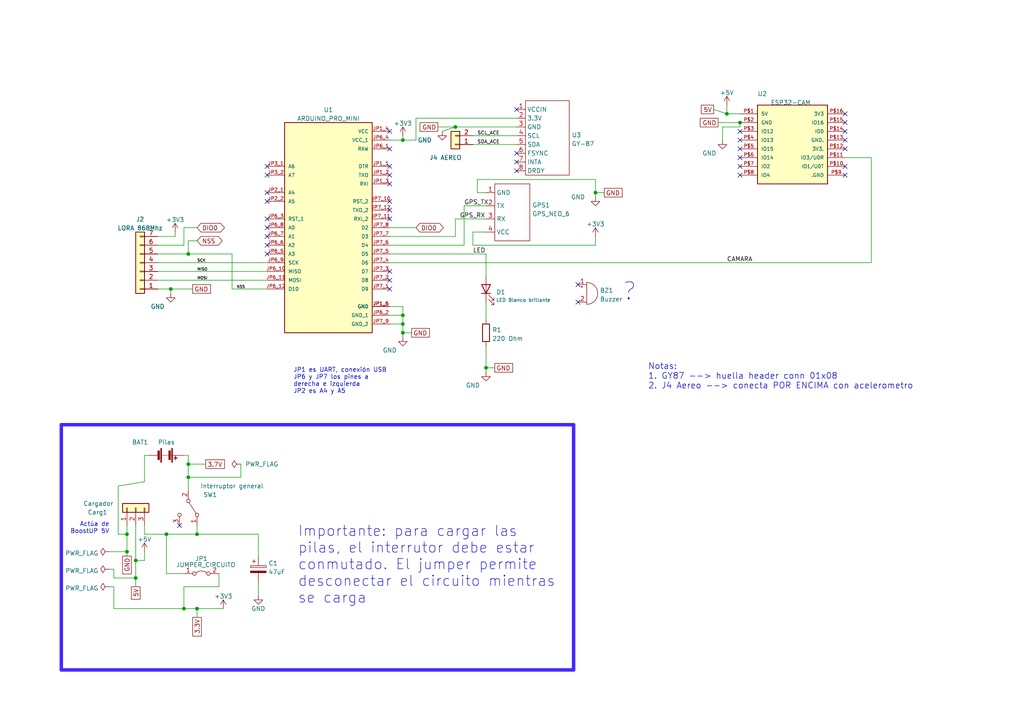
<source format=kicad_sch>
(kicad_sch (version 20211123) (generator eeschema)
  (paper "A4")
  (title_block (title "Esquemático del CANSAT - A4I") (date "2022-03-27") (rev "1.0") (company "IES Seritium - 11700767"))
  (lib_symbols
    (symbol "ArduinoProMini:ARDUINO_PRO_MINI" (pin_names (offset 1.016))
      (property "Reference" "U" (at -12.7 31.75 0))
      (property "Value" "ARDUINO_PRO_MINI" (at -12.7 -33.02 0))
      (symbol "ARDUINO_PRO_MINI_0_0"
        (rectangle (start -12.7 -30.48) (end 12.7 30.48) (stroke (width 0.254)) (fill (type background)))
        (pin input line (at 17.78 17.78 180) (length 5.08) (name "DTR") (number "JP1_1"))
        (pin bidirectional line (at 17.78 15.24 180) (length 5.08) (name "TXO") (number "JP1_2"))
        (pin bidirectional line (at 17.78 12.7 180) (length 5.08) (name "RXI") (number "JP1_3"))
        (pin power_in line (at 17.78 27.94 180) (length 5.08) (name "VCC") (number "JP1_4"))
        (pin power_in line (at 17.78 -22.86 180) (length 5.08) (name "GND") (number "JP1_5"))
        (pin power_in line (at 17.78 -22.86 180) (length 5.08) (name "GND") (number "JP1_6"))
        (pin bidirectional line (at -17.78 10.16 0) (length 5.08) (name "A4") (number "JP2_1"))
        (pin bidirectional line (at -17.78 7.62 0) (length 5.08) (name "A5") (number "JP2_2"))
        (pin input line (at -17.78 17.78 0) (length 5.08) (name "A6") (number "JP3_1"))
        (pin input line (at -17.78 15.24 0) (length 5.08) (name "A7") (number "JP3_2"))
        (pin power_in line (at 17.78 22.86 180) (length 5.08) (name "RAW") (number "JP6_1"))
        (pin bidirectional line (at -17.78 -12.7 0) (length 5.08) (name "MISO") (number "JP6_10"))
        (pin bidirectional line (at -17.78 -15.24 0) (length 5.08) (name "MOSI") (number "JP6_11"))
        (pin bidirectional line (at -17.78 -17.78 0) (length 5.08) (name "D10") (number "JP6_12"))
        (pin power_in line (at 17.78 -25.4 180) (length 5.08) (name "GND_1") (number "JP6_2"))
        (pin input line (at -17.78 2.54 0) (length 5.08) (name "RST_1") (number "JP6_3"))
        (pin power_in line (at 17.78 25.4 180) (length 5.08) (name "VCC_1") (number "JP6_4"))
        (pin bidirectional line (at -17.78 -7.62 0) (length 5.08) (name "A3") (number "JP6_5"))
        (pin bidirectional line (at -17.78 -5.08 0) (length 5.08) (name "A2") (number "JP6_6"))
        (pin bidirectional line (at -17.78 -2.54 0) (length 5.08) (name "A1") (number "JP6_7"))
        (pin bidirectional line (at -17.78 0 0) (length 5.08) (name "A0") (number "JP6_8"))
        (pin bidirectional line (at -17.78 -10.16 0) (length 5.08) (name "SCK") (number "JP6_9"))
        (pin bidirectional line (at 17.78 -17.78 180) (length 5.08) (name "D9") (number "JP7_1"))
        (pin input line (at 17.78 7.62 180) (length 5.08) (name "RST_2") (number "JP7_10"))
        (pin bidirectional line (at 17.78 2.54 180) (length 5.08) (name "RXI_2") (number "JP7_11"))
        (pin bidirectional line (at 17.78 5.08 180) (length 5.08) (name "TXO_2") (number "JP7_12"))
        (pin bidirectional line (at 17.78 -15.24 180) (length 5.08) (name "D8") (number "JP7_2"))
        (pin bidirectional line (at 17.78 -12.7 180) (length 5.08) (name "D7") (number "JP7_3"))
        (pin bidirectional line (at 17.78 -10.16 180) (length 5.08) (name "D6") (number "JP7_4"))
        (pin bidirectional line (at 17.78 -7.62 180) (length 5.08) (name "D5") (number "JP7_5"))
        (pin bidirectional line (at 17.78 -5.08 180) (length 5.08) (name "D4") (number "JP7_6"))
        (pin bidirectional line (at 17.78 -2.54 180) (length 5.08) (name "D3") (number "JP7_7"))
        (pin bidirectional line (at 17.78 0 180) (length 5.08) (name "D2") (number "JP7_8"))
        (pin power_in line (at 17.78 -27.94 180) (length 5.08) (name "GND_2") (number "JP7_9"))
      )
    )
    (symbol "Connector_Generic:Conn_01x02" (pin_names (offset 1.016) hide)
      (property "Reference" "J" (at 0 2.54 0))
      (property "Value" "Conn_01x02" (at 0 -5.08 0))
      (symbol "Conn_01x02_1_1"
        (rectangle (start -1.27 -2.413) (end 0 -2.667) (stroke (width 0.1524)))
        (rectangle (start -1.27 0.127) (end 0 -0.127) (stroke (width 0.1524)))
        (rectangle (start -1.27 1.27) (end 1.27 -3.81) (stroke (width 0.254)) (fill (type background)))
        (pin passive line (at -5.08 0 0) (length 3.81) (name "Pin_1") (number "1"))
        (pin passive line (at -5.08 -2.54 0) (length 3.81) (name "Pin_2") (number "2"))
      )
    )
    (symbol "Connector_Generic:Conn_01x03" (pin_names (offset 1.016) hide)
      (property "Reference" "J" (at 0 5.08 0))
      (property "Value" "Conn_01x03" (at 0 -5.08 0))
      (symbol "Conn_01x03_1_1"
        (rectangle (start -1.27 -2.413) (end 0 -2.667) (stroke (width 0.1524)))
        (rectangle (start -1.27 0.127) (end 0 -0.127) (stroke (width 0.1524)))
        (rectangle (start -1.27 2.667) (end 0 2.413) (stroke (width 0.1524)))
        (rectangle (start -1.27 3.81) (end 1.27 -3.81) (stroke (width 0.254)) (fill (type background)))
        (pin passive line (at -5.08 2.54 0) (length 3.81) (name "Pin_1") (number "1"))
        (pin passive line (at -5.08 0 0) (length 3.81) (name "Pin_2") (number "2"))
        (pin passive line (at -5.08 -2.54 0) (length 3.81) (name "Pin_3") (number "3"))
      )
    )
    (symbol "Connector_Generic:Conn_01x07" (pin_names (offset 1.016) hide)
      (property "Reference" "J" (at 0 10.16 0))
      (property "Value" "Conn_01x07" (at 0 -10.16 0))
      (symbol "Conn_01x07_1_1"
        (rectangle (start -1.27 -7.493) (end 0 -7.747) (stroke (width 0.1524)))
        (rectangle (start -1.27 -4.953) (end 0 -5.207) (stroke (width 0.1524)))
        (rectangle (start -1.27 -2.413) (end 0 -2.667) (stroke (width 0.1524)))
        (rectangle (start -1.27 0.127) (end 0 -0.127) (stroke (width 0.1524)))
        (rectangle (start -1.27 2.667) (end 0 2.413) (stroke (width 0.1524)))
        (rectangle (start -1.27 5.207) (end 0 4.953) (stroke (width 0.1524)))
        (rectangle (start -1.27 7.747) (end 0 7.493) (stroke (width 0.1524)))
        (rectangle (start -1.27 8.89) (end 1.27 -8.89) (stroke (width 0.254)) (fill (type background)))
        (pin passive line (at -5.08 7.62 0) (length 3.81) (name "Pin_1") (number "1"))
        (pin passive line (at -5.08 5.08 0) (length 3.81) (name "Pin_2") (number "2"))
        (pin passive line (at -5.08 2.54 0) (length 3.81) (name "Pin_3") (number "3"))
        (pin passive line (at -5.08 0 0) (length 3.81) (name "Pin_4") (number "4"))
        (pin passive line (at -5.08 -2.54 0) (length 3.81) (name "Pin_5") (number "5"))
        (pin passive line (at -5.08 -5.08 0) (length 3.81) (name "Pin_6") (number "6"))
        (pin passive line (at -5.08 -7.62 0) (length 3.81) (name "Pin_7") (number "7"))
      )
    )
    (symbol "Device:Battery" (pin_numbers hide) (pin_names (offset 0) hide)
      (property "Reference" "BT" (at 2.54 2.54 0))
      (property "Value" "Battery" (at 2.54 0 0))
      (symbol "Battery_0_1"
        (rectangle (start -2.032 -1.397) (end 2.032 -1.651) (fill (type outline)))
        (rectangle (start -2.032 1.778) (end 2.032 1.524) (fill (type outline)))
        (rectangle (start -1.3208 -1.9812) (end 1.27 -2.4892) (fill (type outline)))
        (rectangle (start -1.3208 1.1938) (end 1.27 0.6858) (fill (type outline)))
        (polyline (pts (xy 0 -1.524) (xy 0 -1.27)))
        (polyline (pts (xy 0 -1.016) (xy 0 -0.762)))
        (polyline (pts (xy 0 -0.508) (xy 0 -0.254)))
        (polyline (pts (xy 0 0) (xy 0 0.254)))
        (polyline (pts (xy 0 0.508) (xy 0 0.762)))
        (polyline (pts (xy 0 1.778) (xy 0 2.54)))
        (polyline (pts (xy 0.254 2.667) (xy 1.27 2.667)) (stroke (width 0.254)))
        (polyline (pts (xy 0.762 3.175) (xy 0.762 2.159)) (stroke (width 0.254)))
      )
      (symbol "Battery_1_1"
        (pin passive line (at 0 5.08 270) (length 2.54) (name "+") (number "1"))
        (pin passive line (at 0 -5.08 90) (length 2.54) (name "-") (number "2"))
      )
    )
    (symbol "Device:Buzzer" (pin_names (offset 0.0254) hide)
      (property "Reference" "BZ" (at 3.81 1.27 0))
      (property "Value" "Buzzer" (at 3.81 -1.27 0))
      (symbol "Buzzer_0_1"
        (arc (start 0 -3.175) (mid 3.175 0) (end 0 3.175))
        (polyline (pts (xy -1.651 1.905) (xy -1.143 1.905)))
        (polyline (pts (xy -1.397 2.159) (xy -1.397 1.651)))
        (polyline (pts (xy 0 3.175) (xy 0 -3.175)))
      )
      (symbol "Buzzer_1_1"
        (pin passive line (at -2.54 2.54 0) (length 2.54) (name "-") (number "1"))
        (pin passive line (at -2.54 -2.54 0) (length 2.54) (name "+") (number "2"))
      )
    )
    (symbol "Device:C_Polarized" (pin_numbers hide) (pin_names (offset 0.254))
      (property "Reference" "C" (at 0.635 2.54 0))
      (property "Value" "C_Polarized" (at 0.635 -2.54 0))
      (symbol "C_Polarized_0_1"
        (rectangle (start -2.286 0.508) (end 2.286 1.016))
        (polyline (pts (xy -1.778 2.286) (xy -0.762 2.286)))
        (polyline (pts (xy -1.27 2.794) (xy -1.27 1.778)))
        (rectangle (start 2.286 -0.508) (end -2.286 -1.016) (fill (type outline)))
      )
      (symbol "C_Polarized_1_1"
        (pin passive line (at 0 3.81 270) (length 2.794) (name "~") (number "1"))
        (pin passive line (at 0 -3.81 90) (length 2.794) (name "~") (number "2"))
      )
    )
    (symbol "Device:LED" (pin_numbers hide) (pin_names (offset 1.016) hide)
      (property "Reference" "D" (at 0 2.54 0))
      (property "Value" "LED" (at 0 -2.54 0))
      (symbol "LED_0_1"
        (polyline (pts (xy -1.27 -1.27) (xy -1.27 1.27)) (stroke (width 0.254)))
        (polyline (pts (xy -1.27 0) (xy 1.27 0)))
        (polyline (pts (xy 1.27 -1.27) (xy 1.27 1.27) (xy -1.27 0) (xy 1.27 -1.27)) (stroke (width 0.254)))
        (polyline (pts (xy -3.048 -0.762) (xy -4.572 -2.286) (xy -3.81 -2.286) (xy -4.572 -2.286) (xy -4.572 -1.524)))
        (polyline (pts (xy -1.778 -0.762) (xy -3.302 -2.286) (xy -2.54 -2.286) (xy -3.302 -2.286) (xy -3.302 -1.524)))
      )
      (symbol "LED_1_1"
        (pin passive line (at -3.81 0 0) (length 2.54) (name "K") (number "1"))
        (pin passive line (at 3.81 0 180) (length 2.54) (name "A") (number "2"))
      )
    )
    (symbol "Device:R" (pin_numbers hide) (pin_names (offset 0))
      (property "Reference" "R" (at 2.032 0 90))
      (property "Value" "R" (at 0 0 90))
      (symbol "R_0_1"
        (rectangle (start -1.016 -2.54) (end 1.016 2.54) (stroke (width 0.254)))
      )
      (symbol "R_1_1"
        (pin passive line (at 0 3.81 270) (length 1.27) (name "~") (number "1"))
        (pin passive line (at 0 -3.81 90) (length 1.27) (name "~") (number "2"))
      )
    )
    (symbol "ESP32CAM:ESP32-CAM" (pin_names (offset 1.016))
      (property "Reference" "U" (at -10.16 20.32 0))
      (symbol "ESP32-CAM_0_0"
        (rectangle (start -10.16 -5.08) (end 10.16 17.78) (stroke (width 0.254)) (fill (type background)))
        (pin power_in line (at -15.24 15.24 0) (length 5.08) (name "5V") (number "P$1"))
        (pin bidirectional line (at 15.24 0 180) (length 5.08) (name "IO1/U0T") (number "P$10"))
        (pin bidirectional line (at 15.24 2.54 180) (length 5.08) (name "IO3/U0R") (number "P$11"))
        (pin power_in line (at 15.24 5.08 180) (length 5.08) (name "3V3.") (number "P$12"))
        (pin power_in line (at 15.24 7.62 180) (length 5.08) (name "GND.") (number "P$13"))
        (pin bidirectional line (at 15.24 10.16 180) (length 5.08) (name "IO0") (number "P$14"))
        (pin bidirectional line (at 15.24 12.7 180) (length 5.08) (name "IO16") (number "P$15"))
        (pin power_in line (at 15.24 15.24 180) (length 5.08) (name "3V3") (number "P$16"))
        (pin power_in line (at -15.24 12.7 0) (length 5.08) (name "GND") (number "P$2"))
        (pin bidirectional line (at -15.24 10.16 0) (length 5.08) (name "IO12") (number "P$3"))
        (pin bidirectional line (at -15.24 7.62 0) (length 5.08) (name "IO13") (number "P$4"))
        (pin bidirectional line (at -15.24 5.08 0) (length 5.08) (name "IO15") (number "P$5"))
        (pin bidirectional line (at -15.24 2.54 0) (length 5.08) (name "IO14") (number "P$6"))
        (pin bidirectional line (at -15.24 0 0) (length 5.08) (name "IO2") (number "P$7"))
        (pin bidirectional line (at -15.24 -2.54 0) (length 5.08) (name "IO4") (number "P$8"))
        (pin power_in line (at 15.24 -2.54 180) (length 5.08) (name ".GND") (number "P$9"))
      )
    )
    (symbol "Jumper:Jumper_2_Bridged" (pin_names (offset 0) hide)
      (property "Reference" "JP" (at 0 1.905 0))
      (property "Value" "Jumper_2_Bridged" (at 0 -2.54 0))
      (symbol "Jumper_2_Bridged_0_0"
        (circle (center -2.032 0) (radius 0.508))
        (circle (center 2.032 0) (radius 0.508))
      )
      (symbol "Jumper_2_Bridged_0_1"
        (arc (start 1.524 0.254) (mid 0 0.762) (end -1.524 0.254))
      )
      (symbol "Jumper_2_Bridged_1_1"
        (pin passive line (at -5.08 0 0) (length 2.54) (name "A") (number "1"))
        (pin passive line (at 5.08 0 180) (length 2.54) (name "B") (number "2"))
      )
    )
    (symbol "Switch:SW_SPDT" (pin_names (offset 0) hide)
      (property "Reference" "SW" (at 0 4.318 0))
      (property "Value" "SW_SPDT" (at 0 -5.08 0))
      (symbol "SW_SPDT_0_0"
        (circle (center -2.032 0) (radius 0.508))
        (circle (center 2.032 -2.54) (radius 0.508))
      )
      (symbol "SW_SPDT_0_1"
        (polyline (pts (xy -1.524 0.254) (xy 1.651 2.286)))
        (circle (center 2.032 2.54) (radius 0.508))
      )
      (symbol "SW_SPDT_1_1"
        (pin passive line (at 5.08 2.54 180) (length 2.54) (name "A") (number "1"))
        (pin passive line (at -5.08 0 0) (length 2.54) (name "B") (number "2"))
        (pin passive line (at 5.08 -2.54 180) (length 2.54) (name "C") (number "3"))
      )
    )
    (symbol "miAcelerometro:GPS_NEO_6"
      (property "Reference" "GPS" (at 12.7 15.24 0))
      (property "Value" "GPS_NEO_6" (at 16.51 12.7 0))
      (property "Footprint" "Connector_PinHeader_2.54mm:PinHeader_1x04_P2.54mm_Vertical" (at 0 0 0))
      (symbol "GPS_NEO_6_0_1"
        (rectangle (start 0 0) (end 10.16 16.51) (stroke (width 0.1524)))
      )
      (symbol "GPS_NEO_6_1_1"
        (pin power_in line (at -2.54 13.97 0) (length 2.54) (name "GND") (number "1"))
        (pin bidirectional line (at -2.54 10.16 0) (length 2.54) (name "TX") (number "2"))
        (pin bidirectional line (at -2.54 6.35 0) (length 2.54) (name "RX") (number "3"))
        (pin power_in line (at -2.54 2.54 0) (length 2.54) (name "VCC") (number "4"))
      )
    )
    (symbol "miAcelerometro:GY-87"
      (property "Reference" "U" (at 0 7.62 0))
      (property "Value" "GY-87" (at 0 5.08 0))
      (property "Footprint" "Connector_PinHeader_2.54mm:PinHeader_1x08_P2.54mm_Vertical" (at 1.27 -20.32 0))
      (symbol "GY-87_0_1"
        (rectangle (start 0 2.54) (end 12.7 -19.05) (stroke (width 0.1524)))
      )
      (symbol "GY-87_1_1"
        (pin power_in line (at -2.54 0 0) (length 2.54) (name "VCCIN") (number "1"))
        (pin power_in line (at -2.54 -2.54 0) (length 2.54) (name "3.3V") (number "2"))
        (pin power_in line (at -2.54 -5.08 0) (length 2.54) (name "GND") (number "3"))
        (pin input line (at -2.54 -7.62 0) (length 2.54) (name "SCL") (number "4"))
        (pin input line (at -2.54 -10.16 0) (length 2.54) (name "SDA") (number "5"))
        (pin input line (at -2.54 -12.7 0) (length 2.54) (name "FSYNC") (number "6"))
        (pin input line (at -2.54 -15.24 0) (length 2.54) (name "INTA") (number "7"))
        (pin input line (at -2.54 -17.78 0) (length 2.54) (name "DRDY") (number "8"))
      )
    )
    (symbol "power:+3V3" (power) (pin_names (offset 0))
      (property "Value" "+3V3" (at 0 3.556 0))
      (symbol "+3V3_0_1"
        (polyline (pts (xy -0.762 1.27) (xy 0 2.54)))
        (polyline (pts (xy 0 0) (xy 0 2.54)))
        (polyline (pts (xy 0 2.54) (xy 0.762 1.27)))
      )
      (symbol "+3V3_1_1"
        (pin power_in line (at 0 0 90) (length 0) hide (name "+3V3") (number "1"))
      )
    )
    (symbol "power:+5V" (power) (pin_names (offset 0))
      (property "Value" "+5V" (at 0 3.556 0))
      (symbol "+5V_0_1"
        (polyline (pts (xy -0.762 1.27) (xy 0 2.54)))
        (polyline (pts (xy 0 0) (xy 0 2.54)))
        (polyline (pts (xy 0 2.54) (xy 0.762 1.27)))
      )
      (symbol "+5V_1_1"
        (pin power_in line (at 0 0 90) (length 0) hide (name "+5V") (number "1"))
      )
    )
    (symbol "power:GND" (power) (pin_names (offset 0))
      (property "Value" "GND" (at 0 -3.81 0))
      (symbol "GND_0_1"
        (polyline (pts (xy 0 0) (xy 0 -1.27) (xy 1.27 -1.27) (xy 0 -2.54) (xy -1.27 -1.27) (xy 0 -1.27)))
      )
      (symbol "GND_1_1"
        (pin power_in line (at 0 0 270) (length 0) hide (name "GND") (number "1"))
      )
    )
    (symbol "power:PWR_FLAG" (power) (pin_numbers hide) (pin_names (offset 0) hide)
      (property "Value" "PWR_FLAG" (at 0 3.81 0))
      (symbol "PWR_FLAG_0_0"
        (pin power_out line (at 0 0 90) (length 0) (name "pwr") (number "1"))
      )
      (symbol "PWR_FLAG_0_1"
        (polyline (pts (xy 0 0) (xy 0 1.27) (xy -1.016 1.905) (xy 0 2.54) (xy 1.016 1.905) (xy 0 1.27)))
      )
    )
  )
  (junction (at 39.37 167.64))
  (junction (at 57.15 154.94))
  (junction (at 132.08 36.83))
  (junction (at 48.26 154.94))
  (junction (at 116.84 96.52))
  (junction (at 36.83 154.94))
  (junction (at 57.15 176.53))
  (junction (at 54.61 134.62))
  (junction (at 116.84 93.98))
  (junction (at 116.84 91.44))
  (junction (at 36.83 160.02))
  (junction (at 39.37 162.56))
  (junction (at 140.97 106.68))
  (junction (at 49.53 83.82))
  (junction (at 54.61 73.66))
  (junction (at 116.84 40.64))
  (junction (at 172.72 55.88))
  (junction (at 53.34 176.53))
  (junction (at 214.63 35.56))
  (junction (at 210.82 33.02))
  (junction (at 54.61 138.43))
  (no_connect (at 113.03 43.18))
  (no_connect (at 113.03 58.42))
  (no_connect (at 113.03 60.96))
  (no_connect (at 113.03 63.5))
  (no_connect (at 167.64 82.55))
  (no_connect (at 167.64 87.63))
  (no_connect (at 77.47 63.5))
  (no_connect (at 113.03 78.74))
  (no_connect (at 113.03 83.82))
  (no_connect (at 77.47 73.66))
  (no_connect (at 77.47 71.12))
  (no_connect (at 77.47 68.58))
  (no_connect (at 77.47 66.04))
  (no_connect (at 52.07 152.4))
  (no_connect (at 77.47 55.88))
  (no_connect (at 77.47 58.42))
  (no_connect (at 149.86 44.45))
  (no_connect (at 149.86 46.99))
  (no_connect (at 149.86 49.53))
  (no_connect (at 149.86 31.75))
  (no_connect (at 113.03 81.28))
  (no_connect (at 214.63 50.8))
  (no_connect (at 214.63 48.26))
  (no_connect (at 214.63 45.72))
  (no_connect (at 214.63 43.18))
  (no_connect (at 214.63 40.64))
  (no_connect (at 214.63 38.1))
  (no_connect (at 245.11 48.26))
  (no_connect (at 245.11 50.8))
  (no_connect (at 245.11 33.02))
  (no_connect (at 245.11 35.56))
  (no_connect (at 245.11 38.1))
  (no_connect (at 245.11 40.64))
  (no_connect (at 245.11 43.18))
  (no_connect (at 77.47 48.26))
  (no_connect (at 77.47 50.8))
  (no_connect (at 113.03 50.8))
  (no_connect (at 113.03 53.34))
  (no_connect (at 113.03 38.1))
  (no_connect (at 113.03 48.26))
  (wire (pts (xy 49.53 83.82) (xy 49.53 85.09)))
  (wire (pts (xy 67.31 83.82) (xy 67.31 73.66)))
  (wire (pts (xy 172.72 71.12) (xy 137.16 71.12)))
  (wire (pts (xy 172.72 68.58) (xy 172.72 71.12)))
  (wire (pts (xy 113.03 76.2) (xy 252.73 76.2)))
  (wire (pts (xy 120.65 34.29) (xy 149.86 34.29)))
  (wire (pts (xy 53.34 66.04) (xy 53.34 71.12)))
  (wire (pts (xy 50.8 68.58) (xy 50.8 67.31)))
  (wire (pts (xy 33.02 170.18) (xy 33.02 176.53)))
  (wire (pts (xy 53.34 166.37) (xy 48.26 166.37)))
  (wire (pts (xy 120.65 40.64) (xy 120.65 34.29)))
  (wire (pts (xy 45.72 68.58) (xy 50.8 68.58)))
  (wire (pts (xy 41.91 160.02) (xy 41.91 162.56)))
  (wire (pts (xy 36.83 160.02) (xy 36.83 161.29)))
  (wire (pts (xy 138.43 52.07) (xy 172.72 52.07)))
  (wire (pts (xy 53.34 176.53) (xy 57.15 176.53)))
  (wire (pts (xy 116.84 96.52) (xy 116.84 97.79)))
  (wire (pts (xy 209.55 40.64) (xy 209.55 36.83)))
  (wire (pts (xy 33.02 167.64) (xy 39.37 167.64)))
  (wire (pts (xy 140.97 87.63) (xy 140.97 92.71)))
  (wire (pts (xy 209.55 36.83) (xy 214.63 36.83)))
  (wire (pts (xy 116.84 39.37) (xy 116.84 40.64)))
  (wire (pts (xy 39.37 162.56) (xy 39.37 167.64)))
  (wire (pts (xy 172.72 52.07) (xy 172.72 55.88)))
  (wire (pts (xy 45.72 83.82) (xy 49.53 83.82)))
  (wire (pts (xy 45.72 76.2) (xy 77.47 76.2)))
  (wire (pts (xy 57.15 152.4) (xy 57.15 154.94)))
  (wire (pts (xy 140.97 73.66) (xy 113.03 73.66)))
  (wire (pts (xy 77.47 83.82) (xy 67.31 83.82)))
  (wire (pts (xy 116.84 40.64) (xy 113.03 40.64)))
  (wire (pts (xy 172.72 55.88) (xy 175.26 55.88)))
  (wire (pts (xy 49.53 83.82) (xy 55.88 83.82)))
  (wire (pts (xy 132.08 36.83) (xy 127 36.83)))
  (wire (pts (xy 137.16 71.12) (xy 137.16 67.31)))
  (wire (pts (xy 113.03 68.58) (xy 132.08 68.58)))
  (wire (pts (xy 210.82 30.48) (xy 210.82 33.02)))
  (wire (pts (xy 134.62 59.69) (xy 140.97 59.69)))
  (wire (pts (xy 41.91 132.08) (xy 43.18 132.08)))
  (wire (pts (xy 132.08 68.58) (xy 132.08 63.5)))
  (wire (pts (xy 172.72 55.88) (xy 172.72 57.15)))
  (polyline (pts (xy 166.37 194.31) (xy 17.78 194.31)) (stroke (width 1) (type solid) (color 64 37 255 1)))
  (wire (pts (xy 41.91 152.4) (xy 41.91 154.94)))
  (wire (pts (xy 54.61 73.66) (xy 67.31 73.66)))
  (wire (pts (xy 140.97 100.33) (xy 140.97 106.68)))
  (wire (pts (xy 116.84 40.64) (xy 120.65 40.64)))
  (wire (pts (xy 132.08 36.83) (xy 149.86 36.83)))
  (wire (pts (xy 33.02 165.1) (xy 31.75 165.1)))
  (wire (pts (xy 41.91 139.7) (xy 34.29 140.97)))
  (wire (pts (xy 36.83 154.94) (xy 36.83 152.4)))
  (wire (pts (xy 54.61 138.43) (xy 69.85 138.43)))
  (wire (pts (xy 208.28 35.56) (xy 214.63 35.56)))
  (wire (pts (xy 48.26 154.94) (xy 48.26 166.37)))
  (wire (pts (xy 33.02 165.1) (xy 33.02 167.64)))
  (wire (pts (xy 140.97 80.01) (xy 140.97 73.66)))
  (wire (pts (xy 140.97 106.68) (xy 140.97 107.95)))
  (wire (pts (xy 45.72 81.28) (xy 77.47 81.28)))
  (wire (pts (xy 74.93 154.94) (xy 74.93 161.29)))
  (wire (pts (xy 134.62 71.12) (xy 134.62 59.69)))
  (wire (pts (xy 63.5 166.37) (xy 63.5 170.18)))
  (wire (pts (xy 57.15 176.53) (xy 64.77 176.53)))
  (wire (pts (xy 214.63 36.83) (xy 214.63 35.56)))
  (wire (pts (xy 39.37 152.4) (xy 39.37 162.56)))
  (wire (pts (xy 116.84 93.98) (xy 116.84 96.52)))
  (wire (pts (xy 54.61 69.85) (xy 54.61 73.66)))
  (polyline (pts (xy 166.37 123.19) (xy 166.37 194.31)) (stroke (width 1) (type solid) (color 64 37 255 1)))
  (wire (pts (xy 137.16 39.37) (xy 149.86 39.37)))
  (wire (pts (xy 113.03 88.9) (xy 116.84 88.9)))
  (wire (pts (xy 113.03 66.04) (xy 120.65 66.04)))
  (wire (pts (xy 41.91 132.08) (xy 41.91 139.7)))
  (wire (pts (xy 54.61 132.08) (xy 54.61 134.62)))
  (wire (pts (xy 41.91 154.94) (xy 48.26 154.94)))
  (wire (pts (xy 63.5 170.18) (xy 53.34 170.18)))
  (wire (pts (xy 252.73 76.2) (xy 252.73 45.72)))
  (wire (pts (xy 132.08 36.83) (xy 128.27 38.1)))
  (wire (pts (xy 41.91 162.56) (xy 39.37 162.56)))
  (wire (pts (xy 45.72 78.74) (xy 77.47 78.74)))
  (wire (pts (xy 207.01 31.75) (xy 210.82 33.02)))
  (wire (pts (xy 57.15 176.53) (xy 57.15 179.07)))
  (wire (pts (xy 69.85 134.62) (xy 69.85 138.43)))
  (wire (pts (xy 116.84 91.44) (xy 116.84 93.98)))
  (polyline (pts (xy 17.78 123.19) (xy 17.78 194.31)) (stroke (width 1) (type solid) (color 64 37 255 1)))
  (wire (pts (xy 53.34 170.18) (xy 53.34 176.53)))
  (wire (pts (xy 33.02 176.53) (xy 53.34 176.53)))
  (wire (pts (xy 113.03 93.98) (xy 116.84 93.98)))
  (wire (pts (xy 140.97 55.88) (xy 138.43 55.88)))
  (wire (pts (xy 74.93 168.91) (xy 74.93 172.72)))
  (wire (pts (xy 116.84 88.9) (xy 116.84 91.44)))
  (wire (pts (xy 36.83 154.94) (xy 36.83 160.02)))
  (wire (pts (xy 57.15 66.04) (xy 53.34 66.04)))
  (wire (pts (xy 137.16 67.31) (xy 140.97 67.31)))
  (wire (pts (xy 31.75 160.02) (xy 36.83 160.02)))
  (wire (pts (xy 132.08 63.5) (xy 140.97 63.5)))
  (wire (pts (xy 54.61 132.08) (xy 53.34 132.08)))
  (wire (pts (xy 113.03 91.44) (xy 116.84 91.44)))
  (wire (pts (xy 214.63 33.02) (xy 210.82 33.02)))
  (wire (pts (xy 137.16 41.91) (xy 149.86 41.91)))
  (wire (pts (xy 116.84 96.52) (xy 119.38 96.52)))
  (wire (pts (xy 140.97 106.68) (xy 143.51 106.68)))
  (wire (pts (xy 57.15 69.85) (xy 54.61 69.85)))
  (wire (pts (xy 74.93 154.94) (xy 57.15 154.94)))
  (wire (pts (xy 54.61 134.62) (xy 54.61 138.43)))
  (wire (pts (xy 34.29 154.94) (xy 36.83 154.94)))
  (wire (pts (xy 252.73 45.72) (xy 245.11 45.72)))
  (wire (pts (xy 45.72 71.12) (xy 53.34 71.12)))
  (wire (pts (xy 39.37 167.64) (xy 39.37 170.18)))
  (wire (pts (xy 113.03 71.12) (xy 134.62 71.12)))
  (wire (pts (xy 54.61 138.43) (xy 54.61 142.24)))
  (polyline (pts (xy 17.78 123.19) (xy 166.37 123.19)) (stroke (width 1) (type solid) (color 64 37 255 1)))
  (wire (pts (xy 54.61 134.62) (xy 59.69 134.62)))
  (wire (pts (xy 48.26 154.94) (xy 57.15 154.94)))
  (wire (pts (xy 138.43 55.88) (xy 138.43 52.07)))
  (wire (pts (xy 34.29 140.97) (xy 34.29 154.94)))
  (wire (pts (xy 33.02 170.18) (xy 31.75 170.18)))
  (wire (pts (xy 54.61 73.66) (xy 45.72 73.66)))
  (text "JP1 es UART, conexión USB\nJP6 y JP7 los pines a\nderecha e izquierda\nJP2 es A4 y A5" (at 85.09 114.3 0) (effects (font (size 1.27 1.27)) (justify left bottom)))
  (text "Importante: para cargar las \npilas, el interrutor debe estar\nconmutado. El jumper permite\ndesconectar el circuito mientras\nse carga" (at 86.36 175.26 0) (effects (font (size 3 3)) (justify left bottom)))
  (text "Notas:\n1. GY87 --> huella header conn 01x08\n2. J4 Aereo --> conecta POR ENCIMA con acelerometro" (at 187.96 113.03 0) (effects (font (size 1.75 1.75)) (justify left bottom)))
  (text "Actúa de\nBoostUP 5V" (at 31.75 154.94 180) (effects (font (size 1.27 1.27)) (justify right bottom)))
  (text "?" (at 180.34 87.63 0) (effects (font (size 5 5)) (justify left bottom)))
  (label "SDA_ACE" (at 138.43 41.91 0) (effects (font (size 1 1))))
  (label "SCK" (at 57.15 76.2 0) (effects (font (size 0.8 0.8))))
  (label "LED" (at 137.16 73.66 0))
  (label "GPS_TX" (at 134.62 59.69 0))
  (label "GPS_RX" (at 133.35 63.5 0))
  (label "NSS" (at 68.58 83.82 0) (effects (font (size 0.8 0.8))))
  (label "MISO" (at 57.15 78.74 0) (effects (font (size 0.8 0.8))))
  (label "CAMARA" (at 210.82 76.2 0))
  (label "MOSI" (at 57.15 81.28 0) (effects (font (size 0.8 0.8))))
  (label "SCL_ACE" (at 138.43 39.37 0) (effects (font (size 1 1))))
  (global_label "GND" (shape passive) (at 127 36.83 180) (property "Referencias entre hojas" "${INTERSHEET_REFS}" (effects hide)))
  (global_label "DIO0" (shape bidirectional) (at 120.65 66.04 0) (property "Referencias entre hojas" "${INTERSHEET_REFS}" (effects hide)))
  (global_label "GND" (shape passive) (at 119.38 96.52 0) (property "Referencias entre hojas" "${INTERSHEET_REFS}" (effects hide)))
  (global_label "3.7V" (shape passive) (at 59.69 134.62 0) (property "Referencias entre hojas" "${INTERSHEET_REFS}" (effects hide)))
  (global_label "GND" (shape passive) (at 175.26 55.88 0) (property "Referencias entre hojas" "${INTERSHEET_REFS}" (effects hide)))
  (global_label "3.3V" (shape passive) (at 57.15 179.07 270) (property "Referencias entre hojas" "${INTERSHEET_REFS}" (effects hide)))
  (global_label "GND" (shape passive) (at 143.51 106.68 0) (property "Referencias entre hojas" "${INTERSHEET_REFS}" (effects hide)))
  (global_label "5V" (shape passive) (at 39.37 170.18 270) (property "Referencias entre hojas" "${INTERSHEET_REFS}" (effects hide)))
  (global_label "GND" (shape passive) (at 36.83 161.29 270) (property "Referencias entre hojas" "${INTERSHEET_REFS}" (effects hide)))
  (global_label "GND" (shape passive) (at 55.88 83.82 0) (property "Referencias entre hojas" "${INTERSHEET_REFS}" (effects hide)))
  (global_label "GND" (shape passive) (at 208.28 35.56 180) (property "Referencias entre hojas" "${INTERSHEET_REFS}" (effects hide)))
  (global_label "NSS" (shape bidirectional) (at 57.15 69.85 0) (property "Referencias entre hojas" "${INTERSHEET_REFS}" (effects hide)))
  (global_label "DIO0" (shape bidirectional) (at 57.15 66.04 0) (property "Referencias entre hojas" "${INTERSHEET_REFS}" (effects hide)))
  (global_label "5V" (shape passive) (at 207.01 31.75 180) (property "Referencias entre hojas" "${INTERSHEET_REFS}" (effects hide)))
  (symbol (lib_id "Switch:SW_SPDT") (at 54.61 147.32 270) (unit 1)
    (property "Reference" "SW1" (at 60.96 143.51 90))
    (property "Value" "Interruptor general" (at 67.31 140.97 90))
    (property "Footprint" "Resistor_THT:R_Axial_Power_L20.0mm_W6.4mm_P5.08mm_Vertical" (effects hide))
  )
  (symbol (lib_id "Jumper:Jumper_2_Bridged") (at 58.42 166.37 0) (unit 1)
    (property "Reference" "JP1" (at 58.42 162.0352 0))
    (property "Value" "JUMPER_CIRCUITO" (at 59.69 163.83 0))
    (property "Footprint" "Connector_PinHeader_2.54mm:PinHeader_1x02_P2.54mm_Vertical" (effects hide))
  )
  (symbol (lib_id "power:+5V") (at 41.91 160.02 0) (unit 1)
    (property "Reference" "#PWR01" (effects hide))
    (property "Value" "+5V" (at 41.91 156.4442 0))
  )
  (symbol (lib_id "Device:R") (at 140.97 96.52 0) (unit 1)
    (property "Reference" "R1" (at 142.748 95.6853 0) (effects (justify left)))
    (property "Value" "220 Ohm" (at 142.748 98.2222 0) (effects (justify left)))
    (property "Footprint" "Resistor_THT:R_Axial_DIN0414_L11.9mm_D4.5mm_P5.08mm_Vertical" (effects hide))
  )
  (symbol (lib_id "Device:Buzzer") (at 170.18 85.09 0) (unit 1)
    (property "Reference" "BZ1" (at 173.99 84.2553 0) (effects (justify left)))
    (property "Value" "Buzzer" (at 173.99 86.7922 0) (effects (justify left)))
    (property "Footprint" "Buzzer_Beeper:Buzzer_15x7.5RM7.6" (effects hide))
  )
  (symbol (lib_id "power:GND") (at 128.27 38.1 0) (unit 1)
    (property "Reference" "#PWR05" (effects hide))
    (property "Value" "GND" (at 123.19 40.64 0))
  )
  (symbol (lib_id "power:PWR_FLAG") (at 31.75 170.18 90) (unit 1)
    (property "Reference" "#FLG03" (effects hide))
    (property "Value" "PWR_FLAG" (at 28.5751 170.6138 90) (effects (justify left)))
  )
  (symbol (lib_id "ArduinoProMini:ARDUINO_PRO_MINI") (at 95.25 66.04 0) (unit 1)
    (property "Reference" "U1" (at 95.25 31.8602 0))
    (property "Value" "ARDUINO_PRO_MINI" (at 95.25 34.3971 0))
    (property "Footprint" "ARDUINO_PRO_MINI:MODULE_ARDUINO_PRO_MINI" (effects hide))
    (property "PARTREV" "N/A" (effects hide))
    (property "MANUFACTURER" "SparkFun Electronics" (effects hide))
    (property "MAXIMUM_PACKAGE_HEIGHT" "N/A" (effects hide))
    (property "STANDARD" "Manufacturer Recommendations" (effects hide))
  )
  (symbol (lib_id "power:GND") (at 140.97 107.95 0) (unit 1)
    (property "Reference" "#PWR0102" (effects hide))
    (property "Value" "GND" (at 137.16 111.76 0))
  )
  (symbol (lib_id "power:GND") (at 116.84 97.79 0) (unit 1)
    (property "Reference" "#PWR04" (effects hide))
    (property "Value" "GND" (at 113.03 101.6 0))
  )
  (symbol (lib_id "ESP32CAM:ESP32-CAM") (at 229.87 48.26 0) (unit 1)
    (property "Reference" "U2" (at 219.71 27.94 0) (effects (justify left bottom)))
    (property "Value" "ESP32-CAM" (at 223.52 30.48 0) (effects (justify left bottom)))
    (property "Footprint" "ESP32_CAM:ESP32-CAM" (effects hide))
  )
  (symbol (lib_id "power:PWR_FLAG") (at 31.75 165.1 90) (unit 1)
    (property "Reference" "#FLG02" (effects hide))
    (property "Value" "PWR_FLAG" (at 28.5751 165.5338 90) (effects (justify left)))
  )
  (symbol (lib_id "Connector_Generic:Conn_01x07") (at 40.64 76.2 180) (unit 1)
    (property "Reference" "J2" (at 40.64 63.6102 0))
    (property "Value" "LORA 868Mhz" (at 40.64 66.1471 0))
    (property "Footprint" "Connector_PinHeader_2.54mm:PinHeader_1x07_P2.54mm_Vertical" (effects hide))
  )
  (symbol (lib_id "power:+3V3") (at 50.8 67.31 0) (unit 1)
    (property "Reference" "#PWR09" (effects hide))
    (property "Value" "+3V3" (at 50.8 63.7342 0))
  )
  (symbol (lib_id "Device:LED") (at 140.97 83.82 90) (unit 1)
    (property "Reference" "D1" (at 143.891 84.7232 90) (effects (justify right)))
    (property "Value" "LED Blanco brillante" (at 143.891 87.0175 90) (effects (font (size 1 1)) (justify right)))
    (property "Footprint" "LED_THT:LED_D5.0mm_Horizontal_O3.81mm_Z3.0mm" (effects hide))
  )
  (symbol (lib_id "miAcelerometro:GY-87") (at 152.4 31.75 0) (unit 1)
    (property "Reference" "U3" (at 165.8112 39.1703 0) (effects (justify left)))
    (property "Value" "GY-87" (at 165.8112 41.7072 0) (effects (justify left)))
    (property "Footprint" "Connector_PinHeader_2.54mm:PinHeader_1x08_P2.54mm_Vertical" (effects hide))
  )
  (symbol (lib_id "Connector_Generic:Conn_01x03") (at 39.37 147.32 90) (unit 1)
    (property "Reference" "Carg1" (at 25.4 148.59 90) (effects (justify right)))
    (property "Value" "Cargador" (at 24.13 146.05 90) (effects (justify right)))
    (property "Footprint" "Connector_Wire:SolderWire-0.25sqmm_1x03_P4.2mm_D0.65mm_OD1.7mm_Relief" (effects hide))
  )
  (symbol (lib_id "power:GND") (at 49.53 85.09 0) (unit 1)
    (property "Reference" "#PWR08" (effects hide))
    (property "Value" "GND" (at 45.72 88.9 0))
  )
  (symbol (lib_id "Connector_Generic:Conn_01x02") (at 132.08 41.91 180) (unit 1)
    (property "Reference" "J4" (at 125.73 45.72 0))
    (property "Value" "AEREO" (at 130.81 45.72 0))
    (property "Footprint" "Connector_PinHeader_2.54mm:PinHeader_1x02_P2.54mm_Vertical" (effects hide))
  )
  (symbol (lib_id "power:GND") (at 209.55 40.64 0) (unit 1)
    (property "Reference" "#PWR06" (effects hide))
    (property "Value" "GND" (at 205.74 44.45 0))
  )
  (symbol (lib_id "power:PWR_FLAG") (at 31.75 160.02 90) (unit 1)
    (property "Reference" "#FLG01" (effects hide))
    (property "Value" "PWR_FLAG" (at 28.5751 160.4538 90) (effects (justify left)))
  )
  (symbol (lib_id "power:GND") (at 172.72 57.15 0) (unit 1)
    (property "Reference" "#PWR0103" (effects hide))
    (property "Value" "GND" (at 167.64 57.15 0))
  )
  (symbol (lib_id "Device:Battery") (at 48.26 132.08 270) (unit 1)
    (property "Reference" "BAT1" (at 40.64 128.27 90))
    (property "Value" "Pilas" (at 48.26 128.27 90))
    (property "Footprint" "Connector_PinHeader_2.54mm:PinHeader_1x02_P2.54mm_Vertical_SMD_Pin1Left" (effects hide))
  )
  (symbol (lib_id "power:+3V3") (at 172.72 68.58 0) (unit 1)
    (property "Reference" "#PWR0104" (effects hide))
    (property "Value" "+3V3" (at 172.72 65.0042 0))
  )
  (symbol (lib_id "miAcelerometro:GPS_NEO_6") (at 143.51 69.85 0) (unit 1)
    (property "Reference" "GPS1" (at 154.3812 59.4919 0) (effects (justify left)))
    (property "Value" "GPS_NEO_6" (at 154.3812 62.0288 0) (effects (justify left)))
    (property "Footprint" "Connector_PinHeader_2.54mm:PinHeader_1x04_P2.54mm_Vertical" (effects hide))
  )
  (symbol (lib_id "power:+3V3") (at 64.77 176.53 0) (unit 1)
    (property "Reference" "#PWR02" (effects hide))
    (property "Value" "+3V3" (at 64.77 172.9542 0))
  )
  (symbol (lib_id "power:+5V") (at 210.82 30.48 0) (unit 1)
    (property "Reference" "#PWR07" (effects hide))
    (property "Value" "+5V" (at 210.82 26.9042 0))
  )
  (symbol (lib_id "Device:C_Polarized") (at 74.93 165.1 0) (unit 1)
    (property "Reference" "C1" (at 77.851 163.3763 0) (effects (justify left)))
    (property "Value" "47uF" (at 77.851 165.9132 0) (effects (justify left)))
    (property "Footprint" "Capacitor_THT:CP_Radial_D8.0mm_P3.50mm" (effects hide))
  )
  (symbol (lib_id "power:GND") (at 74.93 172.72 0) (unit 1)
    (property "Reference" "#PWR03" (effects hide))
    (property "Value" "GND" (at 74.93 176.53 0))
  )
  (symbol (lib_id "power:PWR_FLAG") (at 69.85 134.62 90) (unit 1)
    (property "Reference" "#FLG04" (effects hide))
    (property "Value" "PWR_FLAG" (at 71.12 134.62 90) (effects (justify right)))
  )
  (symbol (lib_id "power:+3V3") (at 116.84 39.37 0) (unit 1)
    (property "Reference" "#PWR0101" (effects hide))
    (property "Value" "+3V3" (at 116.84 35.7942 0))
  )
)
</source>
